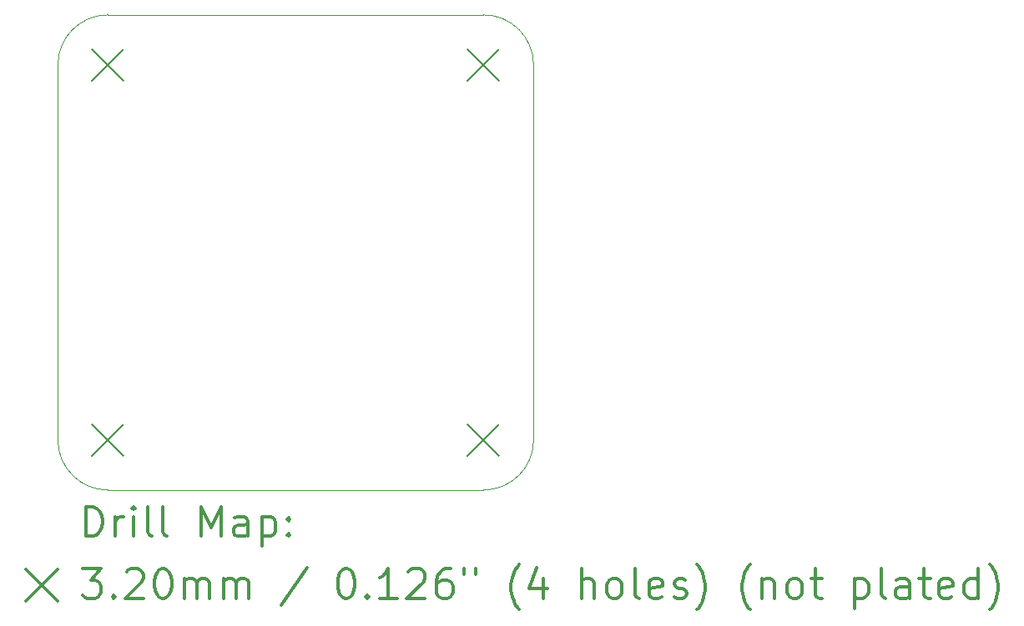
<source format=gbr>
%FSLAX45Y45*%
G04 Gerber Fmt 4.5, Leading zero omitted, Abs format (unit mm)*
G04 Created by KiCad (PCBNEW (5.0.2)-1) date 12/03/2019 22:47:55*
%MOMM*%
%LPD*%
G01*
G04 APERTURE LIST*
%ADD10C,0.100000*%
%ADD11C,0.200000*%
%ADD12C,0.300000*%
G04 APERTURE END LIST*
D10*
X16179800Y-11709400D02*
G75*
G02X15671800Y-12217400I-508000J0D01*
G01*
X11861800Y-12217400D02*
G75*
G02X11353800Y-11709400I0J508000D01*
G01*
X11353800Y-7899400D02*
G75*
G02X11861800Y-7391400I508000J0D01*
G01*
X15671800Y-7391400D02*
G75*
G02X16179800Y-7899400I0J-508000D01*
G01*
X11353800Y-11709400D02*
X11353800Y-7899400D01*
X15671800Y-12217400D02*
X11861800Y-12217400D01*
X16179800Y-7899400D02*
X16179800Y-11709400D01*
X11861800Y-7391400D02*
X15671800Y-7391400D01*
D11*
X15511800Y-11549400D02*
X15831800Y-11869400D01*
X15831800Y-11549400D02*
X15511800Y-11869400D01*
X15511800Y-7739400D02*
X15831800Y-8059400D01*
X15831800Y-7739400D02*
X15511800Y-8059400D01*
X11701800Y-7739400D02*
X12021800Y-8059400D01*
X12021800Y-7739400D02*
X11701800Y-8059400D01*
X11701800Y-11549400D02*
X12021800Y-11869400D01*
X12021800Y-11549400D02*
X11701800Y-11869400D01*
D12*
X11635228Y-12688114D02*
X11635228Y-12388114D01*
X11706657Y-12388114D01*
X11749514Y-12402400D01*
X11778086Y-12430971D01*
X11792371Y-12459543D01*
X11806657Y-12516686D01*
X11806657Y-12559543D01*
X11792371Y-12616686D01*
X11778086Y-12645257D01*
X11749514Y-12673829D01*
X11706657Y-12688114D01*
X11635228Y-12688114D01*
X11935228Y-12688114D02*
X11935228Y-12488114D01*
X11935228Y-12545257D02*
X11949514Y-12516686D01*
X11963800Y-12502400D01*
X11992371Y-12488114D01*
X12020943Y-12488114D01*
X12120943Y-12688114D02*
X12120943Y-12488114D01*
X12120943Y-12388114D02*
X12106657Y-12402400D01*
X12120943Y-12416686D01*
X12135228Y-12402400D01*
X12120943Y-12388114D01*
X12120943Y-12416686D01*
X12306657Y-12688114D02*
X12278086Y-12673829D01*
X12263800Y-12645257D01*
X12263800Y-12388114D01*
X12463800Y-12688114D02*
X12435228Y-12673829D01*
X12420943Y-12645257D01*
X12420943Y-12388114D01*
X12806657Y-12688114D02*
X12806657Y-12388114D01*
X12906657Y-12602400D01*
X13006657Y-12388114D01*
X13006657Y-12688114D01*
X13278086Y-12688114D02*
X13278086Y-12530971D01*
X13263800Y-12502400D01*
X13235228Y-12488114D01*
X13178086Y-12488114D01*
X13149514Y-12502400D01*
X13278086Y-12673829D02*
X13249514Y-12688114D01*
X13178086Y-12688114D01*
X13149514Y-12673829D01*
X13135228Y-12645257D01*
X13135228Y-12616686D01*
X13149514Y-12588114D01*
X13178086Y-12573829D01*
X13249514Y-12573829D01*
X13278086Y-12559543D01*
X13420943Y-12488114D02*
X13420943Y-12788114D01*
X13420943Y-12502400D02*
X13449514Y-12488114D01*
X13506657Y-12488114D01*
X13535228Y-12502400D01*
X13549514Y-12516686D01*
X13563800Y-12545257D01*
X13563800Y-12630971D01*
X13549514Y-12659543D01*
X13535228Y-12673829D01*
X13506657Y-12688114D01*
X13449514Y-12688114D01*
X13420943Y-12673829D01*
X13692371Y-12659543D02*
X13706657Y-12673829D01*
X13692371Y-12688114D01*
X13678086Y-12673829D01*
X13692371Y-12659543D01*
X13692371Y-12688114D01*
X13692371Y-12502400D02*
X13706657Y-12516686D01*
X13692371Y-12530971D01*
X13678086Y-12516686D01*
X13692371Y-12502400D01*
X13692371Y-12530971D01*
X11028800Y-13022400D02*
X11348800Y-13342400D01*
X11348800Y-13022400D02*
X11028800Y-13342400D01*
X11606657Y-13018114D02*
X11792371Y-13018114D01*
X11692371Y-13132400D01*
X11735228Y-13132400D01*
X11763800Y-13146686D01*
X11778086Y-13160971D01*
X11792371Y-13189543D01*
X11792371Y-13260971D01*
X11778086Y-13289543D01*
X11763800Y-13303829D01*
X11735228Y-13318114D01*
X11649514Y-13318114D01*
X11620943Y-13303829D01*
X11606657Y-13289543D01*
X11920943Y-13289543D02*
X11935228Y-13303829D01*
X11920943Y-13318114D01*
X11906657Y-13303829D01*
X11920943Y-13289543D01*
X11920943Y-13318114D01*
X12049514Y-13046686D02*
X12063800Y-13032400D01*
X12092371Y-13018114D01*
X12163800Y-13018114D01*
X12192371Y-13032400D01*
X12206657Y-13046686D01*
X12220943Y-13075257D01*
X12220943Y-13103829D01*
X12206657Y-13146686D01*
X12035228Y-13318114D01*
X12220943Y-13318114D01*
X12406657Y-13018114D02*
X12435228Y-13018114D01*
X12463800Y-13032400D01*
X12478086Y-13046686D01*
X12492371Y-13075257D01*
X12506657Y-13132400D01*
X12506657Y-13203829D01*
X12492371Y-13260971D01*
X12478086Y-13289543D01*
X12463800Y-13303829D01*
X12435228Y-13318114D01*
X12406657Y-13318114D01*
X12378086Y-13303829D01*
X12363800Y-13289543D01*
X12349514Y-13260971D01*
X12335228Y-13203829D01*
X12335228Y-13132400D01*
X12349514Y-13075257D01*
X12363800Y-13046686D01*
X12378086Y-13032400D01*
X12406657Y-13018114D01*
X12635228Y-13318114D02*
X12635228Y-13118114D01*
X12635228Y-13146686D02*
X12649514Y-13132400D01*
X12678086Y-13118114D01*
X12720943Y-13118114D01*
X12749514Y-13132400D01*
X12763800Y-13160971D01*
X12763800Y-13318114D01*
X12763800Y-13160971D02*
X12778086Y-13132400D01*
X12806657Y-13118114D01*
X12849514Y-13118114D01*
X12878086Y-13132400D01*
X12892371Y-13160971D01*
X12892371Y-13318114D01*
X13035228Y-13318114D02*
X13035228Y-13118114D01*
X13035228Y-13146686D02*
X13049514Y-13132400D01*
X13078086Y-13118114D01*
X13120943Y-13118114D01*
X13149514Y-13132400D01*
X13163800Y-13160971D01*
X13163800Y-13318114D01*
X13163800Y-13160971D02*
X13178086Y-13132400D01*
X13206657Y-13118114D01*
X13249514Y-13118114D01*
X13278086Y-13132400D01*
X13292371Y-13160971D01*
X13292371Y-13318114D01*
X13878086Y-13003829D02*
X13620943Y-13389543D01*
X14263800Y-13018114D02*
X14292371Y-13018114D01*
X14320943Y-13032400D01*
X14335228Y-13046686D01*
X14349514Y-13075257D01*
X14363800Y-13132400D01*
X14363800Y-13203829D01*
X14349514Y-13260971D01*
X14335228Y-13289543D01*
X14320943Y-13303829D01*
X14292371Y-13318114D01*
X14263800Y-13318114D01*
X14235228Y-13303829D01*
X14220943Y-13289543D01*
X14206657Y-13260971D01*
X14192371Y-13203829D01*
X14192371Y-13132400D01*
X14206657Y-13075257D01*
X14220943Y-13046686D01*
X14235228Y-13032400D01*
X14263800Y-13018114D01*
X14492371Y-13289543D02*
X14506657Y-13303829D01*
X14492371Y-13318114D01*
X14478086Y-13303829D01*
X14492371Y-13289543D01*
X14492371Y-13318114D01*
X14792371Y-13318114D02*
X14620943Y-13318114D01*
X14706657Y-13318114D02*
X14706657Y-13018114D01*
X14678086Y-13060971D01*
X14649514Y-13089543D01*
X14620943Y-13103829D01*
X14906657Y-13046686D02*
X14920943Y-13032400D01*
X14949514Y-13018114D01*
X15020943Y-13018114D01*
X15049514Y-13032400D01*
X15063800Y-13046686D01*
X15078086Y-13075257D01*
X15078086Y-13103829D01*
X15063800Y-13146686D01*
X14892371Y-13318114D01*
X15078086Y-13318114D01*
X15335228Y-13018114D02*
X15278086Y-13018114D01*
X15249514Y-13032400D01*
X15235228Y-13046686D01*
X15206657Y-13089543D01*
X15192371Y-13146686D01*
X15192371Y-13260971D01*
X15206657Y-13289543D01*
X15220943Y-13303829D01*
X15249514Y-13318114D01*
X15306657Y-13318114D01*
X15335228Y-13303829D01*
X15349514Y-13289543D01*
X15363800Y-13260971D01*
X15363800Y-13189543D01*
X15349514Y-13160971D01*
X15335228Y-13146686D01*
X15306657Y-13132400D01*
X15249514Y-13132400D01*
X15220943Y-13146686D01*
X15206657Y-13160971D01*
X15192371Y-13189543D01*
X15478086Y-13018114D02*
X15478086Y-13075257D01*
X15592371Y-13018114D02*
X15592371Y-13075257D01*
X16035228Y-13432400D02*
X16020943Y-13418114D01*
X15992371Y-13375257D01*
X15978086Y-13346686D01*
X15963800Y-13303829D01*
X15949514Y-13232400D01*
X15949514Y-13175257D01*
X15963800Y-13103829D01*
X15978086Y-13060971D01*
X15992371Y-13032400D01*
X16020943Y-12989543D01*
X16035228Y-12975257D01*
X16278086Y-13118114D02*
X16278086Y-13318114D01*
X16206657Y-13003829D02*
X16135228Y-13218114D01*
X16320943Y-13218114D01*
X16663800Y-13318114D02*
X16663800Y-13018114D01*
X16792371Y-13318114D02*
X16792371Y-13160971D01*
X16778086Y-13132400D01*
X16749514Y-13118114D01*
X16706657Y-13118114D01*
X16678086Y-13132400D01*
X16663800Y-13146686D01*
X16978086Y-13318114D02*
X16949514Y-13303829D01*
X16935228Y-13289543D01*
X16920943Y-13260971D01*
X16920943Y-13175257D01*
X16935228Y-13146686D01*
X16949514Y-13132400D01*
X16978086Y-13118114D01*
X17020943Y-13118114D01*
X17049514Y-13132400D01*
X17063800Y-13146686D01*
X17078086Y-13175257D01*
X17078086Y-13260971D01*
X17063800Y-13289543D01*
X17049514Y-13303829D01*
X17020943Y-13318114D01*
X16978086Y-13318114D01*
X17249514Y-13318114D02*
X17220943Y-13303829D01*
X17206657Y-13275257D01*
X17206657Y-13018114D01*
X17478086Y-13303829D02*
X17449514Y-13318114D01*
X17392371Y-13318114D01*
X17363800Y-13303829D01*
X17349514Y-13275257D01*
X17349514Y-13160971D01*
X17363800Y-13132400D01*
X17392371Y-13118114D01*
X17449514Y-13118114D01*
X17478086Y-13132400D01*
X17492371Y-13160971D01*
X17492371Y-13189543D01*
X17349514Y-13218114D01*
X17606657Y-13303829D02*
X17635228Y-13318114D01*
X17692371Y-13318114D01*
X17720943Y-13303829D01*
X17735228Y-13275257D01*
X17735228Y-13260971D01*
X17720943Y-13232400D01*
X17692371Y-13218114D01*
X17649514Y-13218114D01*
X17620943Y-13203829D01*
X17606657Y-13175257D01*
X17606657Y-13160971D01*
X17620943Y-13132400D01*
X17649514Y-13118114D01*
X17692371Y-13118114D01*
X17720943Y-13132400D01*
X17835228Y-13432400D02*
X17849514Y-13418114D01*
X17878086Y-13375257D01*
X17892371Y-13346686D01*
X17906657Y-13303829D01*
X17920943Y-13232400D01*
X17920943Y-13175257D01*
X17906657Y-13103829D01*
X17892371Y-13060971D01*
X17878086Y-13032400D01*
X17849514Y-12989543D01*
X17835228Y-12975257D01*
X18378086Y-13432400D02*
X18363800Y-13418114D01*
X18335228Y-13375257D01*
X18320943Y-13346686D01*
X18306657Y-13303829D01*
X18292371Y-13232400D01*
X18292371Y-13175257D01*
X18306657Y-13103829D01*
X18320943Y-13060971D01*
X18335228Y-13032400D01*
X18363800Y-12989543D01*
X18378086Y-12975257D01*
X18492371Y-13118114D02*
X18492371Y-13318114D01*
X18492371Y-13146686D02*
X18506657Y-13132400D01*
X18535228Y-13118114D01*
X18578086Y-13118114D01*
X18606657Y-13132400D01*
X18620943Y-13160971D01*
X18620943Y-13318114D01*
X18806657Y-13318114D02*
X18778086Y-13303829D01*
X18763800Y-13289543D01*
X18749514Y-13260971D01*
X18749514Y-13175257D01*
X18763800Y-13146686D01*
X18778086Y-13132400D01*
X18806657Y-13118114D01*
X18849514Y-13118114D01*
X18878086Y-13132400D01*
X18892371Y-13146686D01*
X18906657Y-13175257D01*
X18906657Y-13260971D01*
X18892371Y-13289543D01*
X18878086Y-13303829D01*
X18849514Y-13318114D01*
X18806657Y-13318114D01*
X18992371Y-13118114D02*
X19106657Y-13118114D01*
X19035228Y-13018114D02*
X19035228Y-13275257D01*
X19049514Y-13303829D01*
X19078086Y-13318114D01*
X19106657Y-13318114D01*
X19435228Y-13118114D02*
X19435228Y-13418114D01*
X19435228Y-13132400D02*
X19463800Y-13118114D01*
X19520943Y-13118114D01*
X19549514Y-13132400D01*
X19563800Y-13146686D01*
X19578086Y-13175257D01*
X19578086Y-13260971D01*
X19563800Y-13289543D01*
X19549514Y-13303829D01*
X19520943Y-13318114D01*
X19463800Y-13318114D01*
X19435228Y-13303829D01*
X19749514Y-13318114D02*
X19720943Y-13303829D01*
X19706657Y-13275257D01*
X19706657Y-13018114D01*
X19992371Y-13318114D02*
X19992371Y-13160971D01*
X19978086Y-13132400D01*
X19949514Y-13118114D01*
X19892371Y-13118114D01*
X19863800Y-13132400D01*
X19992371Y-13303829D02*
X19963800Y-13318114D01*
X19892371Y-13318114D01*
X19863800Y-13303829D01*
X19849514Y-13275257D01*
X19849514Y-13246686D01*
X19863800Y-13218114D01*
X19892371Y-13203829D01*
X19963800Y-13203829D01*
X19992371Y-13189543D01*
X20092371Y-13118114D02*
X20206657Y-13118114D01*
X20135228Y-13018114D02*
X20135228Y-13275257D01*
X20149514Y-13303829D01*
X20178086Y-13318114D01*
X20206657Y-13318114D01*
X20420943Y-13303829D02*
X20392371Y-13318114D01*
X20335228Y-13318114D01*
X20306657Y-13303829D01*
X20292371Y-13275257D01*
X20292371Y-13160971D01*
X20306657Y-13132400D01*
X20335228Y-13118114D01*
X20392371Y-13118114D01*
X20420943Y-13132400D01*
X20435228Y-13160971D01*
X20435228Y-13189543D01*
X20292371Y-13218114D01*
X20692371Y-13318114D02*
X20692371Y-13018114D01*
X20692371Y-13303829D02*
X20663800Y-13318114D01*
X20606657Y-13318114D01*
X20578086Y-13303829D01*
X20563800Y-13289543D01*
X20549514Y-13260971D01*
X20549514Y-13175257D01*
X20563800Y-13146686D01*
X20578086Y-13132400D01*
X20606657Y-13118114D01*
X20663800Y-13118114D01*
X20692371Y-13132400D01*
X20806657Y-13432400D02*
X20820943Y-13418114D01*
X20849514Y-13375257D01*
X20863800Y-13346686D01*
X20878086Y-13303829D01*
X20892371Y-13232400D01*
X20892371Y-13175257D01*
X20878086Y-13103829D01*
X20863800Y-13060971D01*
X20849514Y-13032400D01*
X20820943Y-12989543D01*
X20806657Y-12975257D01*
M02*

</source>
